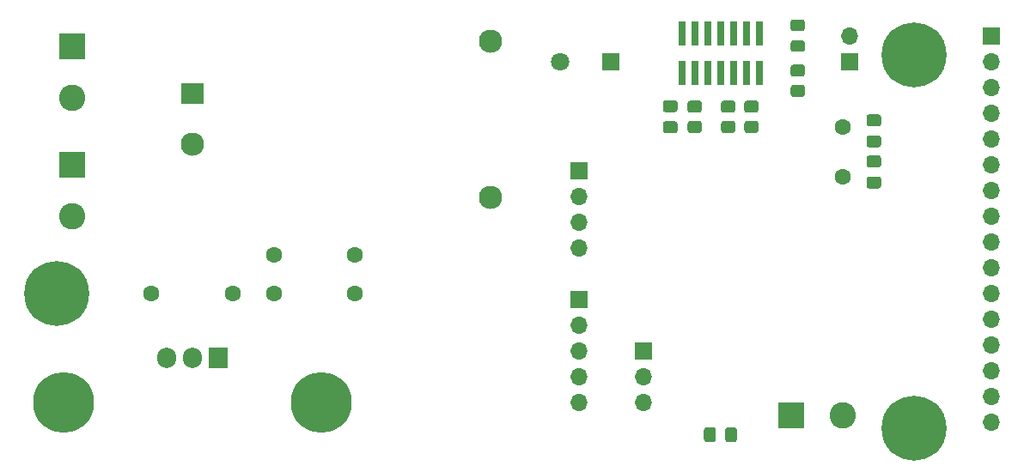
<source format=gbr>
%TF.GenerationSoftware,KiCad,Pcbnew,(5.1.9)-1*%
%TF.CreationDate,2021-12-16T02:45:32+03:00*%
%TF.ProjectId,pcb-heater,7063622d-6865-4617-9465-722e6b696361,rev?*%
%TF.SameCoordinates,Original*%
%TF.FileFunction,Soldermask,Top*%
%TF.FilePolarity,Negative*%
%FSLAX46Y46*%
G04 Gerber Fmt 4.6, Leading zero omitted, Abs format (unit mm)*
G04 Created by KiCad (PCBNEW (5.1.9)-1) date 2021-12-16 02:45:32*
%MOMM*%
%LPD*%
G01*
G04 APERTURE LIST*
%ADD10C,0.800000*%
%ADD11C,6.400000*%
%ADD12C,1.600000*%
%ADD13C,6.000000*%
%ADD14O,1.905000X2.000000*%
%ADD15R,1.905000X2.000000*%
%ADD16C,2.300000*%
%ADD17R,2.300000X2.000000*%
%ADD18R,0.740000X2.400000*%
%ADD19O,1.700000X1.700000*%
%ADD20R,1.700000X1.700000*%
%ADD21C,2.600000*%
%ADD22R,2.600000X2.600000*%
%ADD23C,1.800000*%
%ADD24R,1.800000X1.800000*%
G04 APERTURE END LIST*
D10*
%TO.C,H3*%
X135047056Y-79582944D03*
X133350000Y-78880000D03*
X131652944Y-79582944D03*
X130950000Y-81280000D03*
X131652944Y-82977056D03*
X133350000Y-83680000D03*
X135047056Y-82977056D03*
X135750000Y-81280000D03*
D11*
X133350000Y-81280000D03*
%TD*%
D10*
%TO.C,H2*%
X135047056Y-116412944D03*
X133350000Y-115710000D03*
X131652944Y-116412944D03*
X130950000Y-118110000D03*
X131652944Y-119807056D03*
X133350000Y-120510000D03*
X135047056Y-119807056D03*
X135750000Y-118110000D03*
D11*
X133350000Y-118110000D03*
%TD*%
D10*
%TO.C,H1*%
X50592056Y-103077944D03*
X48895000Y-102375000D03*
X47197944Y-103077944D03*
X46495000Y-104775000D03*
X47197944Y-106472056D03*
X48895000Y-107175000D03*
X50592056Y-106472056D03*
X51295000Y-104775000D03*
D11*
X48895000Y-104775000D03*
%TD*%
D12*
%TO.C,R16*%
X58230000Y-104775000D03*
X66230000Y-104775000D03*
%TD*%
D13*
%TO.C,HS1*%
X74930000Y-115570000D03*
X49530000Y-115570000D03*
%TD*%
D12*
%TO.C,Y1*%
X126365000Y-93255000D03*
X126365000Y-88355000D03*
%TD*%
%TO.C,R19*%
G36*
G01*
X112210001Y-86976000D02*
X111309999Y-86976000D01*
G75*
G02*
X111060000Y-86726001I0J249999D01*
G01*
X111060000Y-86025999D01*
G75*
G02*
X111309999Y-85776000I249999J0D01*
G01*
X112210001Y-85776000D01*
G75*
G02*
X112460000Y-86025999I0J-249999D01*
G01*
X112460000Y-86726001D01*
G75*
G02*
X112210001Y-86976000I-249999J0D01*
G01*
G37*
G36*
G01*
X112210001Y-88976000D02*
X111309999Y-88976000D01*
G75*
G02*
X111060000Y-88726001I0J249999D01*
G01*
X111060000Y-88025999D01*
G75*
G02*
X111309999Y-87776000I249999J0D01*
G01*
X112210001Y-87776000D01*
G75*
G02*
X112460000Y-88025999I0J-249999D01*
G01*
X112460000Y-88726001D01*
G75*
G02*
X112210001Y-88976000I-249999J0D01*
G01*
G37*
%TD*%
%TO.C,R18*%
G36*
G01*
X115512001Y-86976000D02*
X114611999Y-86976000D01*
G75*
G02*
X114362000Y-86726001I0J249999D01*
G01*
X114362000Y-86025999D01*
G75*
G02*
X114611999Y-85776000I249999J0D01*
G01*
X115512001Y-85776000D01*
G75*
G02*
X115762000Y-86025999I0J-249999D01*
G01*
X115762000Y-86726001D01*
G75*
G02*
X115512001Y-86976000I-249999J0D01*
G01*
G37*
G36*
G01*
X115512001Y-88976000D02*
X114611999Y-88976000D01*
G75*
G02*
X114362000Y-88726001I0J249999D01*
G01*
X114362000Y-88025999D01*
G75*
G02*
X114611999Y-87776000I249999J0D01*
G01*
X115512001Y-87776000D01*
G75*
G02*
X115762000Y-88025999I0J-249999D01*
G01*
X115762000Y-88726001D01*
G75*
G02*
X115512001Y-88976000I-249999J0D01*
G01*
G37*
%TD*%
%TO.C,R17*%
G36*
G01*
X117798001Y-86976000D02*
X116897999Y-86976000D01*
G75*
G02*
X116648000Y-86726001I0J249999D01*
G01*
X116648000Y-86025999D01*
G75*
G02*
X116897999Y-85776000I249999J0D01*
G01*
X117798001Y-85776000D01*
G75*
G02*
X118048000Y-86025999I0J-249999D01*
G01*
X118048000Y-86726001D01*
G75*
G02*
X117798001Y-86976000I-249999J0D01*
G01*
G37*
G36*
G01*
X117798001Y-88976000D02*
X116897999Y-88976000D01*
G75*
G02*
X116648000Y-88726001I0J249999D01*
G01*
X116648000Y-88025999D01*
G75*
G02*
X116897999Y-87776000I249999J0D01*
G01*
X117798001Y-87776000D01*
G75*
G02*
X118048000Y-88025999I0J-249999D01*
G01*
X118048000Y-88726001D01*
G75*
G02*
X117798001Y-88976000I-249999J0D01*
G01*
G37*
%TD*%
%TO.C,R7*%
X70295000Y-100965000D03*
X78295000Y-100965000D03*
%TD*%
%TO.C,R6*%
X70295000Y-104775000D03*
X78295000Y-104775000D03*
%TD*%
%TO.C,R2*%
G36*
G01*
X121469999Y-84220000D02*
X122370001Y-84220000D01*
G75*
G02*
X122620000Y-84469999I0J-249999D01*
G01*
X122620000Y-85170001D01*
G75*
G02*
X122370001Y-85420000I-249999J0D01*
G01*
X121469999Y-85420000D01*
G75*
G02*
X121220000Y-85170001I0J249999D01*
G01*
X121220000Y-84469999D01*
G75*
G02*
X121469999Y-84220000I249999J0D01*
G01*
G37*
G36*
G01*
X121469999Y-82220000D02*
X122370001Y-82220000D01*
G75*
G02*
X122620000Y-82469999I0J-249999D01*
G01*
X122620000Y-83170001D01*
G75*
G02*
X122370001Y-83420000I-249999J0D01*
G01*
X121469999Y-83420000D01*
G75*
G02*
X121220000Y-83170001I0J249999D01*
G01*
X121220000Y-82469999D01*
G75*
G02*
X121469999Y-82220000I249999J0D01*
G01*
G37*
%TD*%
D14*
%TO.C,Q3*%
X59690000Y-111125000D03*
X62230000Y-111125000D03*
D15*
X64770000Y-111125000D03*
%TD*%
D16*
%TO.C,PS1*%
X91630000Y-95290000D03*
X62230000Y-90090000D03*
D17*
X62230000Y-85090000D03*
D16*
X91630000Y-79890000D03*
%TD*%
D18*
%TO.C,J9*%
X110490000Y-83039500D03*
X110490000Y-79139500D03*
X111760000Y-83039500D03*
X111760000Y-79139500D03*
X113030000Y-83039500D03*
X113030000Y-79139500D03*
X114300000Y-83039500D03*
X114300000Y-79139500D03*
X115570000Y-83039500D03*
X115570000Y-79139500D03*
X116840000Y-83039500D03*
X116840000Y-79139500D03*
X118110000Y-83039500D03*
X118110000Y-79139500D03*
%TD*%
D19*
%TO.C,J8*%
X100330000Y-100330000D03*
X100330000Y-97790000D03*
X100330000Y-95250000D03*
D20*
X100330000Y-92710000D03*
%TD*%
D19*
%TO.C,J7*%
X100330000Y-115570000D03*
X100330000Y-113030000D03*
X100330000Y-110490000D03*
X100330000Y-107950000D03*
D20*
X100330000Y-105410000D03*
%TD*%
D21*
%TO.C,J6*%
X126365000Y-116840000D03*
D22*
X121285000Y-116840000D03*
%TD*%
D21*
%TO.C,J5*%
X50419000Y-97155000D03*
D22*
X50419000Y-92075000D03*
%TD*%
D21*
%TO.C,J4*%
X50419000Y-85471000D03*
D22*
X50419000Y-80391000D03*
%TD*%
D19*
%TO.C,J3*%
X106680000Y-115570000D03*
X106680000Y-113030000D03*
D20*
X106680000Y-110490000D03*
%TD*%
D19*
%TO.C,J2*%
X140970000Y-117475000D03*
X140970000Y-114935000D03*
X140970000Y-112395000D03*
X140970000Y-109855000D03*
X140970000Y-107315000D03*
X140970000Y-104775000D03*
X140970000Y-102235000D03*
X140970000Y-99695000D03*
X140970000Y-97155000D03*
X140970000Y-94615000D03*
X140970000Y-92075000D03*
X140970000Y-89535000D03*
X140970000Y-86995000D03*
X140970000Y-84455000D03*
X140970000Y-81915000D03*
D20*
X140970000Y-79375000D03*
%TD*%
D19*
%TO.C,J1*%
X127000000Y-79375000D03*
D20*
X127000000Y-81915000D03*
%TD*%
%TO.C,D1*%
G36*
G01*
X121469999Y-79825000D02*
X122370001Y-79825000D01*
G75*
G02*
X122620000Y-80074999I0J-249999D01*
G01*
X122620000Y-80725001D01*
G75*
G02*
X122370001Y-80975000I-249999J0D01*
G01*
X121469999Y-80975000D01*
G75*
G02*
X121220000Y-80725001I0J249999D01*
G01*
X121220000Y-80074999D01*
G75*
G02*
X121469999Y-79825000I249999J0D01*
G01*
G37*
G36*
G01*
X121469999Y-77775000D02*
X122370001Y-77775000D01*
G75*
G02*
X122620000Y-78024999I0J-249999D01*
G01*
X122620000Y-78675001D01*
G75*
G02*
X122370001Y-78925000I-249999J0D01*
G01*
X121469999Y-78925000D01*
G75*
G02*
X121220000Y-78675001I0J249999D01*
G01*
X121220000Y-78024999D01*
G75*
G02*
X121469999Y-77775000I249999J0D01*
G01*
G37*
%TD*%
%TO.C,C8*%
G36*
G01*
X109822000Y-86926000D02*
X108872000Y-86926000D01*
G75*
G02*
X108622000Y-86676000I0J250000D01*
G01*
X108622000Y-86001000D01*
G75*
G02*
X108872000Y-85751000I250000J0D01*
G01*
X109822000Y-85751000D01*
G75*
G02*
X110072000Y-86001000I0J-250000D01*
G01*
X110072000Y-86676000D01*
G75*
G02*
X109822000Y-86926000I-250000J0D01*
G01*
G37*
G36*
G01*
X109822000Y-89001000D02*
X108872000Y-89001000D01*
G75*
G02*
X108622000Y-88751000I0J250000D01*
G01*
X108622000Y-88076000D01*
G75*
G02*
X108872000Y-87826000I250000J0D01*
G01*
X109822000Y-87826000D01*
G75*
G02*
X110072000Y-88076000I0J-250000D01*
G01*
X110072000Y-88751000D01*
G75*
G02*
X109822000Y-89001000I-250000J0D01*
G01*
G37*
%TD*%
%TO.C,C5*%
G36*
G01*
X114750000Y-119220000D02*
X114750000Y-118270000D01*
G75*
G02*
X115000000Y-118020000I250000J0D01*
G01*
X115675000Y-118020000D01*
G75*
G02*
X115925000Y-118270000I0J-250000D01*
G01*
X115925000Y-119220000D01*
G75*
G02*
X115675000Y-119470000I-250000J0D01*
G01*
X115000000Y-119470000D01*
G75*
G02*
X114750000Y-119220000I0J250000D01*
G01*
G37*
G36*
G01*
X112675000Y-119220000D02*
X112675000Y-118270000D01*
G75*
G02*
X112925000Y-118020000I250000J0D01*
G01*
X113600000Y-118020000D01*
G75*
G02*
X113850000Y-118270000I0J-250000D01*
G01*
X113850000Y-119220000D01*
G75*
G02*
X113600000Y-119470000I-250000J0D01*
G01*
X112925000Y-119470000D01*
G75*
G02*
X112675000Y-119220000I0J250000D01*
G01*
G37*
%TD*%
%TO.C,C2*%
G36*
G01*
X129888000Y-94440500D02*
X128938000Y-94440500D01*
G75*
G02*
X128688000Y-94190500I0J250000D01*
G01*
X128688000Y-93515500D01*
G75*
G02*
X128938000Y-93265500I250000J0D01*
G01*
X129888000Y-93265500D01*
G75*
G02*
X130138000Y-93515500I0J-250000D01*
G01*
X130138000Y-94190500D01*
G75*
G02*
X129888000Y-94440500I-250000J0D01*
G01*
G37*
G36*
G01*
X129888000Y-92365500D02*
X128938000Y-92365500D01*
G75*
G02*
X128688000Y-92115500I0J250000D01*
G01*
X128688000Y-91440500D01*
G75*
G02*
X128938000Y-91190500I250000J0D01*
G01*
X129888000Y-91190500D01*
G75*
G02*
X130138000Y-91440500I0J-250000D01*
G01*
X130138000Y-92115500D01*
G75*
G02*
X129888000Y-92365500I-250000J0D01*
G01*
G37*
%TD*%
%TO.C,C1*%
G36*
G01*
X128938000Y-89223000D02*
X129888000Y-89223000D01*
G75*
G02*
X130138000Y-89473000I0J-250000D01*
G01*
X130138000Y-90148000D01*
G75*
G02*
X129888000Y-90398000I-250000J0D01*
G01*
X128938000Y-90398000D01*
G75*
G02*
X128688000Y-90148000I0J250000D01*
G01*
X128688000Y-89473000D01*
G75*
G02*
X128938000Y-89223000I250000J0D01*
G01*
G37*
G36*
G01*
X128938000Y-87148000D02*
X129888000Y-87148000D01*
G75*
G02*
X130138000Y-87398000I0J-250000D01*
G01*
X130138000Y-88073000D01*
G75*
G02*
X129888000Y-88323000I-250000J0D01*
G01*
X128938000Y-88323000D01*
G75*
G02*
X128688000Y-88073000I0J250000D01*
G01*
X128688000Y-87398000D01*
G75*
G02*
X128938000Y-87148000I250000J0D01*
G01*
G37*
%TD*%
D23*
%TO.C,BZ1*%
X98465000Y-81915000D03*
D24*
X103465000Y-81915000D03*
%TD*%
M02*

</source>
